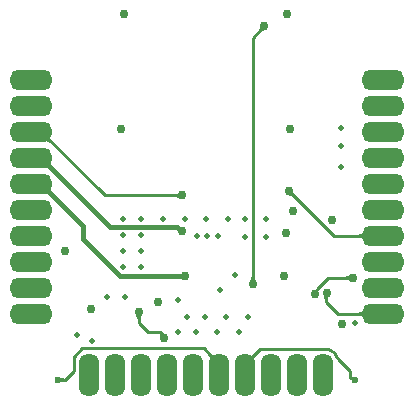
<source format=gbl>
G04*
G04 #@! TF.GenerationSoftware,Altium Limited,Altium Designer,21.8.1 (53)*
G04*
G04 Layer_Physical_Order=4*
G04 Layer_Color=16711680*
%FSLAX43Y43*%
%MOMM*%
G71*
G04*
G04 #@! TF.SameCoordinates,52961A17-6BC2-4DDE-B822-5F8CA39096D4*
G04*
G04*
G04 #@! TF.FilePolarity,Positive*
G04*
G01*
G75*
%ADD58C,0.381*%
%ADD59C,0.254*%
G04:AMPARAMS|DCode=62|XSize=1.75mm|YSize=3.5mm|CornerRadius=0.656mm|HoleSize=0mm|Usage=FLASHONLY|Rotation=270.000|XOffset=0mm|YOffset=0mm|HoleType=Round|Shape=RoundedRectangle|*
%AMROUNDEDRECTD62*
21,1,1.750,2.188,0,0,270.0*
21,1,0.438,3.500,0,0,270.0*
1,1,1.313,-1.094,-0.219*
1,1,1.313,-1.094,0.219*
1,1,1.313,1.094,0.219*
1,1,1.313,1.094,-0.219*
%
%ADD62ROUNDEDRECTD62*%
G04:AMPARAMS|DCode=63|XSize=1.75mm|YSize=3.5mm|CornerRadius=0.656mm|HoleSize=0mm|Usage=FLASHONLY|Rotation=180.000|XOffset=0mm|YOffset=0mm|HoleType=Round|Shape=RoundedRectangle|*
%AMROUNDEDRECTD63*
21,1,1.750,2.188,0,0,180.0*
21,1,0.438,3.500,0,0,180.0*
1,1,1.313,-0.219,1.094*
1,1,1.313,0.219,1.094*
1,1,1.313,0.219,-1.094*
1,1,1.313,-0.219,-1.094*
%
%ADD63ROUNDEDRECTD63*%
%ADD64C,0.750*%
%ADD65C,0.500*%
%ADD73C,0.600*%
G36*
X21695Y30980D02*
X21658Y30979D01*
X21622Y30975D01*
X21587Y30969D01*
X21554Y30961D01*
X21522Y30950D01*
X21491Y30936D01*
X21461Y30920D01*
X21433Y30901D01*
X21406Y30880D01*
X21380Y30856D01*
X21201Y31036D01*
X21224Y31062D01*
X21246Y31089D01*
X21264Y31117D01*
X21281Y31146D01*
X21294Y31177D01*
X21305Y31209D01*
X21314Y31243D01*
X21320Y31278D01*
X21323Y31314D01*
X21324Y31351D01*
X21695Y30980D01*
D02*
G37*
G36*
X3600Y21909D02*
X3592Y21888D01*
X3589Y21864D01*
X3592Y21838D01*
X3601Y21809D01*
X3616Y21779D01*
X3637Y21745D01*
X3664Y21709D01*
X3697Y21671D01*
X3735Y21631D01*
X3556Y21451D01*
X3515Y21490D01*
X3477Y21523D01*
X3441Y21550D01*
X3408Y21570D01*
X3377Y21586D01*
X3348Y21595D01*
X3322Y21598D01*
X3298Y21595D01*
X3277Y21586D01*
X3258Y21571D01*
X3615Y21928D01*
X3600Y21909D01*
D02*
G37*
G36*
X3632Y19839D02*
X3619Y19806D01*
X3616Y19769D01*
X3622Y19728D01*
X3638Y19683D01*
X3663Y19634D01*
X3697Y19581D01*
X3741Y19524D01*
X3794Y19463D01*
X3857Y19398D01*
X3587Y19128D01*
X3522Y19191D01*
X3404Y19288D01*
X3351Y19322D01*
X3302Y19347D01*
X3257Y19363D01*
X3216Y19369D01*
X3179Y19366D01*
X3146Y19353D01*
X3117Y19331D01*
X3654Y19868D01*
X3632Y19839D01*
D02*
G37*
G36*
Y17638D02*
X3619Y17605D01*
X3616Y17568D01*
X3622Y17527D01*
X3638Y17482D01*
X3663Y17433D01*
X3697Y17380D01*
X3741Y17323D01*
X3794Y17262D01*
X3857Y17196D01*
X3587Y16927D01*
X3522Y16990D01*
X3404Y17087D01*
X3351Y17121D01*
X3302Y17146D01*
X3257Y17162D01*
X3216Y17168D01*
X3179Y17165D01*
X3146Y17152D01*
X3117Y17130D01*
X3654Y17666D01*
X3632Y17638D01*
D02*
G37*
G36*
X24125Y17358D02*
X24128Y17322D01*
X24134Y17287D01*
X24143Y17254D01*
X24154Y17222D01*
X24167Y17191D01*
X24184Y17161D01*
X24202Y17133D01*
X24224Y17106D01*
X24247Y17080D01*
X24068Y16901D01*
X24042Y16924D01*
X24015Y16946D01*
X23987Y16964D01*
X23957Y16980D01*
X23926Y16994D01*
X23894Y17005D01*
X23861Y17014D01*
X23826Y17020D01*
X23790Y17023D01*
X23753Y17024D01*
X24124Y17395D01*
X24125Y17358D01*
D02*
G37*
G36*
X14464Y16756D02*
X14437Y16781D01*
X14409Y16804D01*
X14381Y16825D01*
X14351Y16842D01*
X14320Y16857D01*
X14289Y16869D01*
X14256Y16879D01*
X14223Y16886D01*
X14189Y16890D01*
X14154Y16891D01*
Y17145D01*
X14189Y17146D01*
X14223Y17150D01*
X14256Y17157D01*
X14289Y17167D01*
X14320Y17179D01*
X14351Y17194D01*
X14381Y17211D01*
X14409Y17232D01*
X14437Y17255D01*
X14464Y17281D01*
Y16756D01*
D02*
G37*
G36*
X14484Y14455D02*
X14600Y14355D01*
X14616Y14346D01*
X14629Y14339D01*
X14640Y14336D01*
X14649Y14336D01*
X14359Y14008D01*
X14358Y14015D01*
X14354Y14025D01*
X14346Y14037D01*
X14336Y14052D01*
X14305Y14090D01*
X14261Y14138D01*
X14204Y14196D01*
X14454Y14485D01*
X14484Y14455D01*
D02*
G37*
G36*
X29994Y13335D02*
X29992Y13359D01*
X29984Y13381D01*
X29971Y13400D01*
X29953Y13416D01*
X29929Y13430D01*
X29901Y13442D01*
X29867Y13451D01*
X29828Y13457D01*
X29783Y13461D01*
X29734Y13462D01*
Y13716D01*
X29783Y13717D01*
X29828Y13721D01*
X29867Y13727D01*
X29901Y13736D01*
X29929Y13748D01*
X29953Y13762D01*
X29971Y13778D01*
X29984Y13797D01*
X29992Y13819D01*
X29994Y13843D01*
Y13335D01*
D02*
G37*
G36*
X14707Y9909D02*
X14692Y9920D01*
X14673Y9931D01*
X14652Y9940D01*
X14628Y9948D01*
X14601Y9954D01*
X14571Y9960D01*
X14504Y9967D01*
X14466Y9969D01*
X14425Y9969D01*
X14382Y10351D01*
X14423Y10351D01*
X14495Y10358D01*
X14527Y10363D01*
X14556Y10371D01*
X14582Y10380D01*
X14605Y10390D01*
X14625Y10402D01*
X14643Y10416D01*
X14657Y10432D01*
X14707Y9909D01*
D02*
G37*
G36*
X20859Y10056D02*
X20864Y10022D01*
X20870Y9988D01*
X20880Y9956D01*
X20892Y9925D01*
X20907Y9894D01*
X20924Y9864D01*
X20945Y9836D01*
X20968Y9808D01*
X20994Y9781D01*
X20469D01*
X20494Y9808D01*
X20517Y9836D01*
X20538Y9864D01*
X20555Y9894D01*
X20570Y9925D01*
X20582Y9956D01*
X20592Y9988D01*
X20599Y10022D01*
X20603Y10056D01*
X20604Y10091D01*
X20858D01*
X20859Y10056D01*
D02*
G37*
G36*
X28942Y9771D02*
X28915Y9796D01*
X28887Y9819D01*
X28859Y9840D01*
X28829Y9857D01*
X28798Y9872D01*
X28767Y9884D01*
X28734Y9894D01*
X28701Y9901D01*
X28667Y9905D01*
X28632Y9906D01*
Y10160D01*
X28667Y10161D01*
X28701Y10165D01*
X28734Y10172D01*
X28767Y10182D01*
X28798Y10194D01*
X28829Y10209D01*
X28859Y10226D01*
X28887Y10247D01*
X28915Y10270D01*
X28942Y10295D01*
Y9771D01*
D02*
G37*
G36*
X27198Y8467D02*
X27170Y8444D01*
X27145Y8420D01*
X27123Y8394D01*
X27104Y8367D01*
X27088Y8338D01*
X27074Y8308D01*
X27064Y8277D01*
X27057Y8244D01*
X27052Y8210D01*
X27051Y8174D01*
X26797Y8208D01*
X26796Y8242D01*
X26792Y8276D01*
X26786Y8309D01*
X26778Y8343D01*
X26767Y8375D01*
X26754Y8407D01*
X26738Y8439D01*
X26720Y8470D01*
X26700Y8501D01*
X26677Y8532D01*
X27198Y8467D01*
D02*
G37*
G36*
X29994Y6731D02*
X29992Y6755D01*
X29984Y6777D01*
X29971Y6796D01*
X29953Y6812D01*
X29929Y6826D01*
X29901Y6838D01*
X29867Y6847D01*
X29828Y6853D01*
X29783Y6857D01*
X29734Y6858D01*
Y7112D01*
X29783Y7113D01*
X29828Y7117D01*
X29867Y7123D01*
X29901Y7132D01*
X29929Y7144D01*
X29953Y7158D01*
X29971Y7174D01*
X29984Y7193D01*
X29992Y7215D01*
X29994Y7239D01*
Y6731D01*
D02*
G37*
G36*
X11286Y6817D02*
X11263Y6789D01*
X11242Y6761D01*
X11225Y6731D01*
X11210Y6700D01*
X11198Y6669D01*
X11188Y6636D01*
X11181Y6603D01*
X11177Y6569D01*
X11176Y6534D01*
X10922D01*
X10921Y6569D01*
X10917Y6603D01*
X10910Y6636D01*
X10900Y6669D01*
X10888Y6700D01*
X10873Y6731D01*
X10856Y6761D01*
X10835Y6789D01*
X10812Y6817D01*
X10786Y6844D01*
X11311D01*
X11286Y6817D01*
D02*
G37*
G36*
X13009Y5467D02*
X13077Y5409D01*
X13112Y5383D01*
X13182Y5338D01*
X13218Y5319D01*
X13254Y5302D01*
X13290Y5287D01*
X13327Y5274D01*
X12859Y5036D01*
X12869Y5068D01*
X12874Y5100D01*
X12876Y5132D01*
X12874Y5162D01*
X12868Y5192D01*
X12858Y5222D01*
X12845Y5250D01*
X12828Y5279D01*
X12807Y5306D01*
X12783Y5333D01*
X12975Y5499D01*
X13009Y5467D01*
D02*
G37*
G36*
X21028Y3499D02*
X20990Y3458D01*
X20957Y3420D01*
X20930Y3384D01*
X20909Y3351D01*
X20894Y3320D01*
X20885Y3291D01*
X20882Y3265D01*
X20884Y3241D01*
X20893Y3220D01*
X20908Y3201D01*
X20551Y3558D01*
X20570Y3543D01*
X20591Y3535D01*
X20615Y3532D01*
X20641Y3535D01*
X20670Y3544D01*
X20701Y3559D01*
X20734Y3580D01*
X20770Y3607D01*
X20808Y3640D01*
X20849Y3679D01*
X21028Y3499D01*
D02*
G37*
G36*
X17160Y3640D02*
X17199Y3607D01*
X17234Y3580D01*
X17268Y3559D01*
X17299Y3544D01*
X17327Y3535D01*
X17354Y3532D01*
X17377Y3535D01*
X17399Y3543D01*
X17418Y3558D01*
X17060Y3201D01*
X17075Y3220D01*
X17084Y3241D01*
X17087Y3265D01*
X17084Y3291D01*
X17075Y3320D01*
X17060Y3351D01*
X17039Y3384D01*
X17012Y3420D01*
X16979Y3458D01*
X16940Y3499D01*
X17120Y3679D01*
X17160Y3640D01*
D02*
G37*
G36*
X29081Y1706D02*
X29142Y1651D01*
X29150Y1646D01*
X29156Y1643D01*
X29161Y1641D01*
X29164Y1642D01*
X29037Y1399D01*
X28884Y1543D01*
X29064Y1723D01*
X29081Y1706D01*
D02*
G37*
G36*
X4402Y1615D02*
X4433Y1596D01*
X4465Y1579D01*
X4498Y1564D01*
X4532Y1552D01*
X4567Y1542D01*
X4603Y1534D01*
X4640Y1528D01*
X4678Y1525D01*
X4717Y1524D01*
Y1270D01*
X4678Y1269D01*
X4640Y1266D01*
X4603Y1260D01*
X4567Y1252D01*
X4532Y1242D01*
X4498Y1230D01*
X4465Y1215D01*
X4433Y1198D01*
X4402Y1179D01*
X4372Y1158D01*
Y1636D01*
X4402Y1615D01*
D02*
G37*
D58*
X9518Y10160D02*
X14913D01*
X14949Y10196D01*
X6331Y13347D02*
X9518Y10160D01*
X8634Y14351D02*
X14318D01*
X2792Y20193D02*
X8634Y14351D01*
X14699Y13970D02*
X14732D01*
X14318Y14351D02*
X14699Y13970D01*
X2667Y20193D02*
X2792D01*
Y17992D02*
X6331Y14453D01*
Y13347D02*
Y14453D01*
X2667Y17992D02*
X2792D01*
D59*
X27915Y3200D02*
G03*
X27208Y3947I-1008J-246D01*
G01*
X27124Y3991D02*
G03*
X27208Y3947I159J198D01*
G01*
X6301Y4064D02*
X16555D01*
X17884Y2735D01*
X5588Y3351D02*
X6301Y4064D01*
X5588Y2159D02*
Y3351D01*
X17884Y2610D02*
Y2735D01*
X11049Y6230D02*
Y7112D01*
X12834Y5461D02*
X13088Y5207D01*
X11818Y5461D02*
X12834D01*
X11049Y6230D02*
X11818Y5461D01*
X28974Y1633D02*
Y2141D01*
X27915Y3200D02*
X28974Y2141D01*
Y1633D02*
X29337Y1270D01*
X27035Y3991D02*
X27124Y3991D01*
X21341Y3991D02*
X27035D01*
X20085Y2735D02*
X21341Y3991D01*
X20085Y2610D02*
Y2735D01*
X4191Y1397D02*
X4826D01*
X5588Y2159D01*
X27940Y6985D02*
X30988D01*
X26924Y8001D02*
X27940Y6985D01*
X26924Y8719D02*
X26970Y8765D01*
X26924Y8001D02*
Y8719D01*
X25955Y8716D02*
X26035Y8636D01*
X25955Y8853D02*
X26129Y9027D01*
Y9111D01*
X25955Y8716D02*
Y8853D01*
X26129Y9111D02*
X27051Y10033D01*
X20731Y9513D02*
Y30387D01*
X21699Y31355D01*
X23749Y17399D02*
X27559Y13589D01*
X30988D01*
X27051Y10033D02*
X29210D01*
X8168Y17018D02*
X14732D01*
X2792Y22394D02*
X8168Y17018D01*
X2667Y22394D02*
X2792D01*
D62*
X31738Y20193D02*
D03*
Y6985D02*
D03*
Y26797D02*
D03*
Y24596D02*
D03*
Y9186D02*
D03*
Y13589D02*
D03*
Y11388D02*
D03*
Y22394D02*
D03*
Y15790D02*
D03*
Y17992D02*
D03*
X1917Y15790D02*
D03*
Y17992D02*
D03*
Y11388D02*
D03*
Y22394D02*
D03*
Y20193D02*
D03*
Y24596D02*
D03*
Y9186D02*
D03*
Y6985D02*
D03*
Y26797D02*
D03*
Y13589D02*
D03*
D63*
X17884Y1860D02*
D03*
X15682D02*
D03*
X22286D02*
D03*
X11280D02*
D03*
X13481D02*
D03*
X9078D02*
D03*
X24488D02*
D03*
X26689D02*
D03*
X6877D02*
D03*
X20085D02*
D03*
D64*
X24141Y15703D02*
D03*
X4826Y12319D02*
D03*
X9546Y22606D02*
D03*
X9779Y32385D02*
D03*
X23345Y10160D02*
D03*
X23876Y22606D02*
D03*
X23622Y32385D02*
D03*
X28252Y6139D02*
D03*
X13215Y4917D02*
D03*
X26970Y8765D02*
D03*
X12700Y8001D02*
D03*
X14949Y10196D02*
D03*
X23500Y13800D02*
D03*
X25955Y8716D02*
D03*
X20731Y9513D02*
D03*
X29210Y10033D02*
D03*
X23749Y17399D02*
D03*
X11049Y7112D02*
D03*
X27420Y14969D02*
D03*
X21699Y31355D02*
D03*
X14732Y13970D02*
D03*
X6985Y7366D02*
D03*
X14732Y17018D02*
D03*
D65*
X14351Y8128D02*
D03*
X28220Y22762D02*
D03*
Y21238D02*
D03*
Y19397D02*
D03*
X29337Y6223D02*
D03*
X9738Y10922D02*
D03*
X11262D02*
D03*
X9738Y12288D02*
D03*
X11262D02*
D03*
X17739Y13589D02*
D03*
X9738Y13653D02*
D03*
X11262D02*
D03*
X9738Y15045D02*
D03*
X11262D02*
D03*
X15961Y13589D02*
D03*
X16850D02*
D03*
X13104Y15045D02*
D03*
X16787Y15019D02*
D03*
X14945D02*
D03*
X20100Y13462D02*
D03*
X21803D02*
D03*
X20100Y15019D02*
D03*
X21803D02*
D03*
X18628D02*
D03*
X5842Y5207D02*
D03*
X7112Y4699D02*
D03*
X15875Y5488D02*
D03*
X17716D02*
D03*
X19558Y5461D02*
D03*
X18479Y6758D02*
D03*
X16637D02*
D03*
X20320Y6731D02*
D03*
X15113Y6758D02*
D03*
X14351Y5488D02*
D03*
X17907Y9017D02*
D03*
X19177Y10287D02*
D03*
X8367Y8407D02*
D03*
X9891D02*
D03*
D73*
X29337Y1397D02*
D03*
X4191D02*
D03*
M02*

</source>
